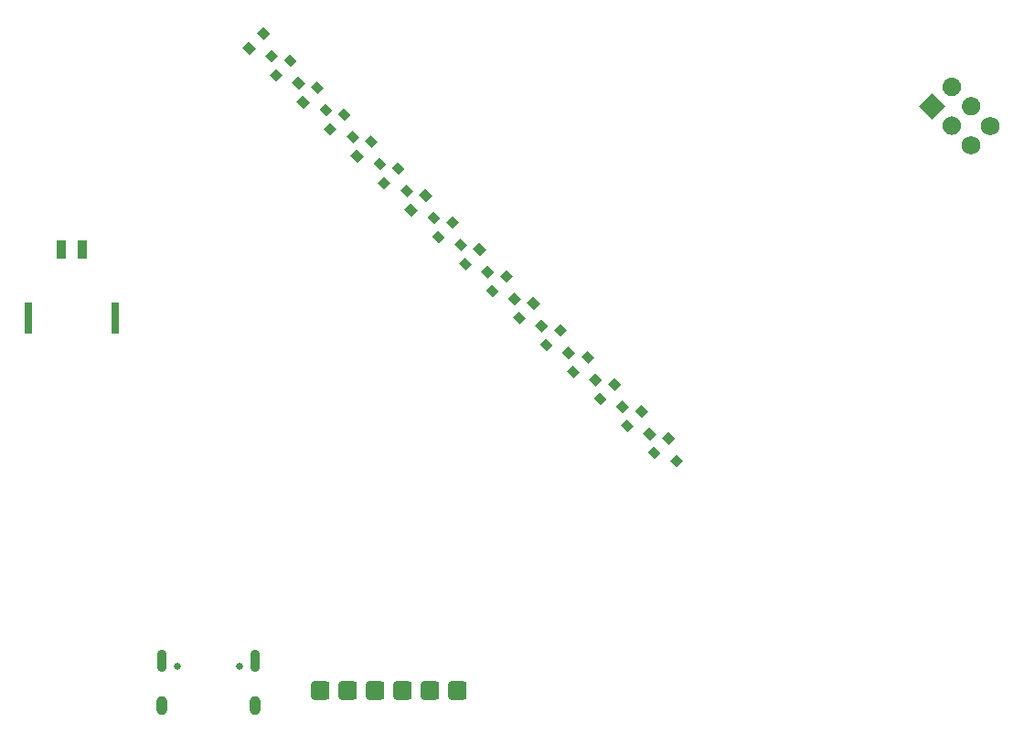
<source format=gbs>
G04 #@! TF.GenerationSoftware,KiCad,Pcbnew,5.99.0-unknown-022839a5a~104~ubuntu20.04.1*
G04 #@! TF.CreationDate,2020-09-24T10:22:24-07:00*
G04 #@! TF.ProjectId,badge,62616467-652e-46b6-9963-61645f706362,0.1*
G04 #@! TF.SameCoordinates,Original*
G04 #@! TF.FileFunction,Soldermask,Bot*
G04 #@! TF.FilePolarity,Negative*
%FSLAX46Y46*%
G04 Gerber Fmt 4.6, Leading zero omitted, Abs format (unit mm)*
G04 Created by KiCad (PCBNEW 5.99.0-unknown-022839a5a~104~ubuntu20.04.1) date 2020-09-24 10:22:24*
%MOMM*%
%LPD*%
G01*
G04 APERTURE LIST*
%ADD10C,0.650000*%
%ADD11O,0.900000X2.100000*%
%ADD12O,1.000000X1.800000*%
%ADD13C,1.727200*%
%ADD14R,0.800000X3.000000*%
%ADD15R,0.900000X1.700000*%
G04 APERTURE END LIST*
D10*
G04 #@! TO.C,J1*
X67876690Y-143830233D03*
X73656690Y-143830233D03*
D11*
X66446690Y-143330233D03*
D12*
X66446690Y-147510233D03*
D11*
X75086690Y-143330233D03*
D12*
X75086690Y-147510233D03*
G04 #@! TD*
G04 #@! TO.C,X1*
G36*
G01*
X140207606Y-89567068D02*
X140207606Y-89567068D01*
G75*
G02*
X140207606Y-90788382I-610657J-610657D01*
G01*
X140207606Y-90788382D01*
G75*
G02*
X138986292Y-90788382I-610657J610657D01*
G01*
X138986292Y-90788382D01*
G75*
G02*
X138986292Y-89567068I610657J610657D01*
G01*
X138986292Y-89567068D01*
G75*
G02*
X140207606Y-89567068I610657J-610657D01*
G01*
G37*
G36*
X137800897Y-90752461D02*
G01*
X139022212Y-91973776D01*
X137800897Y-93195091D01*
X136579582Y-91973776D01*
X137800897Y-90752461D01*
G37*
G36*
G01*
X142003657Y-91363119D02*
X142003657Y-91363119D01*
G75*
G02*
X142003657Y-92584433I-610657J-610657D01*
G01*
X142003657Y-92584433D01*
G75*
G02*
X140782343Y-92584433I-610657J610657D01*
G01*
X140782343Y-92584433D01*
G75*
G02*
X140782343Y-91363119I610657J610657D01*
G01*
X140782343Y-91363119D01*
G75*
G02*
X142003657Y-91363119I610657J-610657D01*
G01*
G37*
G36*
G01*
X140207606Y-93159170D02*
X140207606Y-93159170D01*
G75*
G02*
X140207606Y-94380484I-610657J-610657D01*
G01*
X140207606Y-94380484D01*
G75*
G02*
X138986292Y-94380484I-610657J610657D01*
G01*
X138986292Y-94380484D01*
G75*
G02*
X138986292Y-93159170I610657J610657D01*
G01*
X138986292Y-93159170D01*
G75*
G02*
X140207606Y-93159170I610657J-610657D01*
G01*
G37*
D13*
X143189051Y-93769827D03*
X141393000Y-95565878D03*
G04 #@! TD*
G04 #@! TO.C,J2*
G36*
G01*
X80521690Y-145240233D02*
X81711690Y-145240233D01*
G75*
G02*
X81966690Y-145495233I0J-255000D01*
G01*
X81966690Y-146685233D01*
G75*
G02*
X81711690Y-146940233I-255000J0D01*
G01*
X80521690Y-146940233D01*
G75*
G02*
X80266690Y-146685233I0J255000D01*
G01*
X80266690Y-145495233D01*
G75*
G02*
X80521690Y-145240233I255000J0D01*
G01*
G37*
G36*
G01*
X83061690Y-145240233D02*
X84251690Y-145240233D01*
G75*
G02*
X84506690Y-145495233I0J-255000D01*
G01*
X84506690Y-146685233D01*
G75*
G02*
X84251690Y-146940233I-255000J0D01*
G01*
X83061690Y-146940233D01*
G75*
G02*
X82806690Y-146685233I0J255000D01*
G01*
X82806690Y-145495233D01*
G75*
G02*
X83061690Y-145240233I255000J0D01*
G01*
G37*
G36*
G01*
X85601690Y-145240233D02*
X86791690Y-145240233D01*
G75*
G02*
X87046690Y-145495233I0J-255000D01*
G01*
X87046690Y-146685233D01*
G75*
G02*
X86791690Y-146940233I-255000J0D01*
G01*
X85601690Y-146940233D01*
G75*
G02*
X85346690Y-146685233I0J255000D01*
G01*
X85346690Y-145495233D01*
G75*
G02*
X85601690Y-145240233I255000J0D01*
G01*
G37*
G36*
G01*
X88141690Y-145240233D02*
X89331690Y-145240233D01*
G75*
G02*
X89586690Y-145495233I0J-255000D01*
G01*
X89586690Y-146685233D01*
G75*
G02*
X89331690Y-146940233I-255000J0D01*
G01*
X88141690Y-146940233D01*
G75*
G02*
X87886690Y-146685233I0J255000D01*
G01*
X87886690Y-145495233D01*
G75*
G02*
X88141690Y-145240233I255000J0D01*
G01*
G37*
G36*
G01*
X90681690Y-145240233D02*
X91871690Y-145240233D01*
G75*
G02*
X92126690Y-145495233I0J-255000D01*
G01*
X92126690Y-146685233D01*
G75*
G02*
X91871690Y-146940233I-255000J0D01*
G01*
X90681690Y-146940233D01*
G75*
G02*
X90426690Y-146685233I0J255000D01*
G01*
X90426690Y-145495233D01*
G75*
G02*
X90681690Y-145240233I255000J0D01*
G01*
G37*
G36*
G01*
X93221690Y-145240233D02*
X94411690Y-145240233D01*
G75*
G02*
X94666690Y-145495233I0J-255000D01*
G01*
X94666690Y-146685233D01*
G75*
G02*
X94411690Y-146940233I-255000J0D01*
G01*
X93221690Y-146940233D01*
G75*
G02*
X92966690Y-146685233I0J255000D01*
G01*
X92966690Y-145495233D01*
G75*
G02*
X93221690Y-145240233I255000J0D01*
G01*
G37*
G04 #@! TD*
G04 #@! TO.C,Q14*
G36*
X76420101Y-89029290D02*
G01*
X76985787Y-88463604D01*
X77622183Y-89100000D01*
X77056497Y-89665686D01*
X76420101Y-89029290D01*
G37*
G36*
X77763604Y-87685787D02*
G01*
X78329290Y-87120101D01*
X78965686Y-87756497D01*
X78400000Y-88322183D01*
X77763604Y-87685787D01*
G37*
G36*
X78506066Y-89771752D02*
G01*
X79071752Y-89206066D01*
X79708148Y-89842462D01*
X79142462Y-90408148D01*
X78506066Y-89771752D01*
G37*
G04 #@! TD*
G04 #@! TO.C,Q11*
G36*
X98920101Y-111529290D02*
G01*
X99485787Y-110963604D01*
X100122183Y-111600000D01*
X99556497Y-112165686D01*
X98920101Y-111529290D01*
G37*
G36*
X100263604Y-110185787D02*
G01*
X100829290Y-109620101D01*
X101465686Y-110256497D01*
X100900000Y-110822183D01*
X100263604Y-110185787D01*
G37*
G36*
X101006066Y-112271752D02*
G01*
X101571752Y-111706066D01*
X102208148Y-112342462D01*
X101642462Y-112908148D01*
X101006066Y-112271752D01*
G37*
G04 #@! TD*
G04 #@! TO.C,Q5*
G36*
X106420101Y-119029290D02*
G01*
X106985787Y-118463604D01*
X107622183Y-119100000D01*
X107056497Y-119665686D01*
X106420101Y-119029290D01*
G37*
G36*
X107763604Y-117685787D02*
G01*
X108329290Y-117120101D01*
X108965686Y-117756497D01*
X108400000Y-118322183D01*
X107763604Y-117685787D01*
G37*
G36*
X108506066Y-119771752D02*
G01*
X109071752Y-119206066D01*
X109708148Y-119842462D01*
X109142462Y-120408148D01*
X108506066Y-119771752D01*
G37*
G04 #@! TD*
G04 #@! TO.C,Q3*
G36*
X108920101Y-121529290D02*
G01*
X109485787Y-120963604D01*
X110122183Y-121600000D01*
X109556497Y-122165686D01*
X108920101Y-121529290D01*
G37*
G36*
X110263604Y-120185787D02*
G01*
X110829290Y-119620101D01*
X111465686Y-120256497D01*
X110900000Y-120822183D01*
X110263604Y-120185787D01*
G37*
G36*
X111006066Y-122271752D02*
G01*
X111571752Y-121706066D01*
X112208148Y-122342462D01*
X111642462Y-122908148D01*
X111006066Y-122271752D01*
G37*
G04 #@! TD*
G04 #@! TO.C,Q16*
G36*
X73920101Y-86529290D02*
G01*
X74485787Y-85963604D01*
X75122183Y-86600000D01*
X74556497Y-87165686D01*
X73920101Y-86529290D01*
G37*
G36*
X75263604Y-85185787D02*
G01*
X75829290Y-84620101D01*
X76465686Y-85256497D01*
X75900000Y-85822183D01*
X75263604Y-85185787D01*
G37*
G36*
X76006066Y-87271752D02*
G01*
X76571752Y-86706066D01*
X77208148Y-87342462D01*
X76642462Y-87908148D01*
X76006066Y-87271752D01*
G37*
G04 #@! TD*
G04 #@! TO.C,Q13*
G36*
X96420101Y-109029290D02*
G01*
X96985787Y-108463604D01*
X97622183Y-109100000D01*
X97056497Y-109665686D01*
X96420101Y-109029290D01*
G37*
G36*
X97763604Y-107685787D02*
G01*
X98329290Y-107120101D01*
X98965686Y-107756497D01*
X98400000Y-108322183D01*
X97763604Y-107685787D01*
G37*
G36*
X98506066Y-109771752D02*
G01*
X99071752Y-109206066D01*
X99708148Y-109842462D01*
X99142462Y-110408148D01*
X98506066Y-109771752D01*
G37*
G04 #@! TD*
G04 #@! TO.C,Q2*
G36*
X91420101Y-104029290D02*
G01*
X91985787Y-103463604D01*
X92622183Y-104100000D01*
X92056497Y-104665686D01*
X91420101Y-104029290D01*
G37*
G36*
X92763604Y-102685787D02*
G01*
X93329290Y-102120101D01*
X93965686Y-102756497D01*
X93400000Y-103322183D01*
X92763604Y-102685787D01*
G37*
G36*
X93506066Y-104771752D02*
G01*
X94071752Y-104206066D01*
X94708148Y-104842462D01*
X94142462Y-105408148D01*
X93506066Y-104771752D01*
G37*
G04 #@! TD*
G04 #@! TO.C,Q6*
G36*
X86420101Y-99029290D02*
G01*
X86985787Y-98463604D01*
X87622183Y-99100000D01*
X87056497Y-99665686D01*
X86420101Y-99029290D01*
G37*
G36*
X87763604Y-97685787D02*
G01*
X88329290Y-97120101D01*
X88965686Y-97756497D01*
X88400000Y-98322183D01*
X87763604Y-97685787D01*
G37*
G36*
X88506066Y-99771752D02*
G01*
X89071752Y-99206066D01*
X89708148Y-99842462D01*
X89142462Y-100408148D01*
X88506066Y-99771752D01*
G37*
G04 #@! TD*
G04 #@! TO.C,Q8*
G36*
X83920101Y-96529290D02*
G01*
X84485787Y-95963604D01*
X85122183Y-96600000D01*
X84556497Y-97165686D01*
X83920101Y-96529290D01*
G37*
G36*
X85263604Y-95185787D02*
G01*
X85829290Y-94620101D01*
X86465686Y-95256497D01*
X85900000Y-95822183D01*
X85263604Y-95185787D01*
G37*
G36*
X86006066Y-97271752D02*
G01*
X86571752Y-96706066D01*
X87208148Y-97342462D01*
X86642462Y-97908148D01*
X86006066Y-97271752D01*
G37*
G04 #@! TD*
D14*
G04 #@! TO.C,J3*
X62116691Y-111590233D03*
X54116691Y-111590233D03*
D15*
X59116691Y-105240233D03*
X57116691Y-105240233D03*
G04 #@! TD*
G04 #@! TO.C,Q4*
G36*
X88920101Y-101529290D02*
G01*
X89485787Y-100963604D01*
X90122183Y-101600000D01*
X89556497Y-102165686D01*
X88920101Y-101529290D01*
G37*
G36*
X90263604Y-100185787D02*
G01*
X90829290Y-99620101D01*
X91465686Y-100256497D01*
X90900000Y-100822183D01*
X90263604Y-100185787D01*
G37*
G36*
X91006066Y-102271752D02*
G01*
X91571752Y-101706066D01*
X92208148Y-102342462D01*
X91642462Y-102908148D01*
X91006066Y-102271752D01*
G37*
G04 #@! TD*
G04 #@! TO.C,Q7*
G36*
X103920101Y-116529290D02*
G01*
X104485787Y-115963604D01*
X105122183Y-116600000D01*
X104556497Y-117165686D01*
X103920101Y-116529290D01*
G37*
G36*
X105263604Y-115185787D02*
G01*
X105829290Y-114620101D01*
X106465686Y-115256497D01*
X105900000Y-115822183D01*
X105263604Y-115185787D01*
G37*
G36*
X106006066Y-117271752D02*
G01*
X106571752Y-116706066D01*
X107208148Y-117342462D01*
X106642462Y-117908148D01*
X106006066Y-117271752D01*
G37*
G04 #@! TD*
G04 #@! TO.C,Q1*
G36*
X111420101Y-124029290D02*
G01*
X111985787Y-123463604D01*
X112622183Y-124100000D01*
X112056497Y-124665686D01*
X111420101Y-124029290D01*
G37*
G36*
X112763604Y-122685787D02*
G01*
X113329290Y-122120101D01*
X113965686Y-122756497D01*
X113400000Y-123322183D01*
X112763604Y-122685787D01*
G37*
G36*
X113506066Y-124771752D02*
G01*
X114071752Y-124206066D01*
X114708148Y-124842462D01*
X114142462Y-125408148D01*
X113506066Y-124771752D01*
G37*
G04 #@! TD*
G04 #@! TO.C,Q15*
G36*
X93920101Y-106529290D02*
G01*
X94485787Y-105963604D01*
X95122183Y-106600000D01*
X94556497Y-107165686D01*
X93920101Y-106529290D01*
G37*
G36*
X95263604Y-105185787D02*
G01*
X95829290Y-104620101D01*
X96465686Y-105256497D01*
X95900000Y-105822183D01*
X95263604Y-105185787D01*
G37*
G36*
X96006066Y-107271752D02*
G01*
X96571752Y-106706066D01*
X97208148Y-107342462D01*
X96642462Y-107908148D01*
X96006066Y-107271752D01*
G37*
G04 #@! TD*
G04 #@! TO.C,Q9*
G36*
X101420101Y-114029290D02*
G01*
X101985787Y-113463604D01*
X102622183Y-114100000D01*
X102056497Y-114665686D01*
X101420101Y-114029290D01*
G37*
G36*
X102763604Y-112685787D02*
G01*
X103329290Y-112120101D01*
X103965686Y-112756497D01*
X103400000Y-113322183D01*
X102763604Y-112685787D01*
G37*
G36*
X103506066Y-114771752D02*
G01*
X104071752Y-114206066D01*
X104708148Y-114842462D01*
X104142462Y-115408148D01*
X103506066Y-114771752D01*
G37*
G04 #@! TD*
G04 #@! TO.C,Q12*
G36*
X78920101Y-91529290D02*
G01*
X79485787Y-90963604D01*
X80122183Y-91600000D01*
X79556497Y-92165686D01*
X78920101Y-91529290D01*
G37*
G36*
X80263604Y-90185787D02*
G01*
X80829290Y-89620101D01*
X81465686Y-90256497D01*
X80900000Y-90822183D01*
X80263604Y-90185787D01*
G37*
G36*
X81006066Y-92271752D02*
G01*
X81571752Y-91706066D01*
X82208148Y-92342462D01*
X81642462Y-92908148D01*
X81006066Y-92271752D01*
G37*
G04 #@! TD*
G04 #@! TO.C,Q10*
G36*
X81420101Y-94029290D02*
G01*
X81985787Y-93463604D01*
X82622183Y-94100000D01*
X82056497Y-94665686D01*
X81420101Y-94029290D01*
G37*
G36*
X82763604Y-92685787D02*
G01*
X83329290Y-92120101D01*
X83965686Y-92756497D01*
X83400000Y-93322183D01*
X82763604Y-92685787D01*
G37*
G36*
X83506066Y-94771752D02*
G01*
X84071752Y-94206066D01*
X84708148Y-94842462D01*
X84142462Y-95408148D01*
X83506066Y-94771752D01*
G37*
G04 #@! TD*
M02*

</source>
